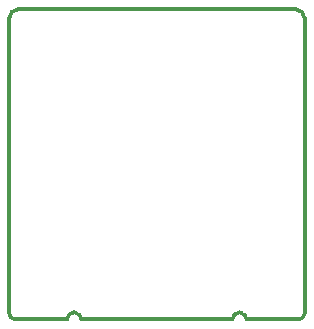
<source format=gko>
G04*
G04 #@! TF.GenerationSoftware,Altium Limited,Altium Designer,24.4.1 (13)*
G04*
G04 Layer_Color=16711935*
%FSLAX44Y44*%
%MOMM*%
G71*
G04*
G04 #@! TF.SameCoordinates,CC372D61-D2D5-4D84-A055-2445D59649BF*
G04*
G04*
G04 #@! TF.FilePolarity,Positive*
G04*
G01*
G75*
%ADD13C,0.3000*%
D13*
X920000Y581000D02*
G03*
X914000Y575000I0J-6000D01*
G01*
X926000D02*
G03*
X920000Y581000I-6000J0D01*
G01*
X786000Y575000D02*
G03*
X780000Y581000I-6000J0D01*
G01*
D02*
G03*
X774000Y575000I0J-6000D01*
G01*
X725000Y580000D02*
G03*
X730000Y575000I5000J-0D01*
G01*
X970000Y575000D02*
G03*
X975000Y580000I0J5000D01*
G01*
X732500Y837500D02*
G03*
X725000Y830000I0J-7500D01*
G01*
X975000D02*
G03*
X967500Y837500I-7500J0D01*
G01*
X725000Y580000D02*
Y830000D01*
X786000Y575000D02*
X914000D01*
X926000D02*
X970000D01*
X730000Y575000D02*
X774000Y575000D01*
X975000Y580000D02*
Y830000D01*
X942500Y837500D02*
X967500D01*
X732500D02*
X757500D01*
X942500D01*
M02*

</source>
